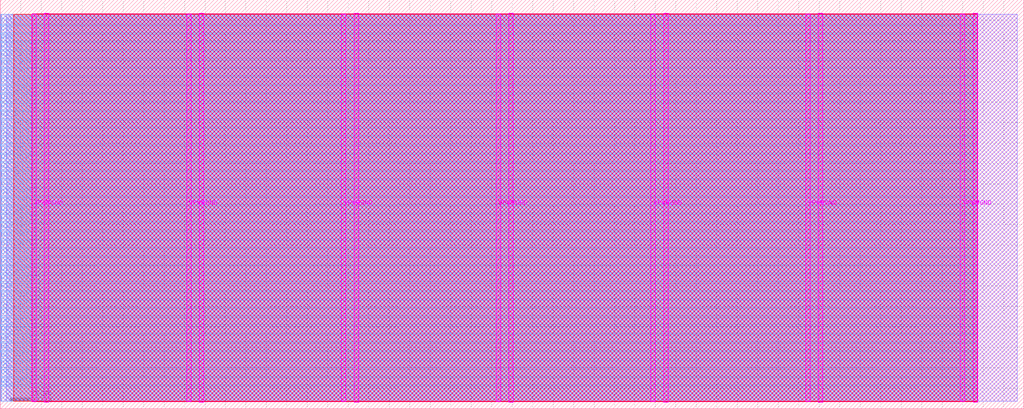
<source format=lef>
VERSION 5.7 ;
  NOWIREEXTENSIONATPIN ON ;
  DIVIDERCHAR "/" ;
  BUSBITCHARS "[]" ;
MACRO heichips25_template
  CLASS BLOCK ;
  FOREIGN heichips25_template ;
  ORIGIN 0.000 0.000 ;
  SIZE 500.000 BY 200.000 ;
  PIN VGND
    DIRECTION INOUT ;
    USE GROUND ;
    PORT
      LAYER TopMetal1 ;
        RECT 21.580 3.150 23.780 193.410 ;
    END
    PORT
      LAYER TopMetal1 ;
        RECT 97.180 3.150 99.380 193.410 ;
    END
    PORT
      LAYER TopMetal1 ;
        RECT 172.780 3.150 174.980 193.410 ;
    END
    PORT
      LAYER TopMetal1 ;
        RECT 248.380 3.150 250.580 193.410 ;
    END
    PORT
      LAYER TopMetal1 ;
        RECT 323.980 3.150 326.180 193.410 ;
    END
    PORT
      LAYER TopMetal1 ;
        RECT 399.580 3.150 401.780 193.410 ;
    END
    PORT
      LAYER TopMetal1 ;
        RECT 475.180 3.150 477.380 193.410 ;
    END
  END VGND
  PIN VPWR
    DIRECTION INOUT ;
    USE POWER ;
    PORT
      LAYER TopMetal1 ;
        RECT 15.380 3.560 17.580 193.000 ;
    END
    PORT
      LAYER TopMetal1 ;
        RECT 90.980 3.560 93.180 193.000 ;
    END
    PORT
      LAYER TopMetal1 ;
        RECT 166.580 3.560 168.780 193.000 ;
    END
    PORT
      LAYER TopMetal1 ;
        RECT 242.180 3.560 244.380 193.000 ;
    END
    PORT
      LAYER TopMetal1 ;
        RECT 317.780 3.560 319.980 193.000 ;
    END
    PORT
      LAYER TopMetal1 ;
        RECT 393.380 3.560 395.580 193.000 ;
    END
    PORT
      LAYER TopMetal1 ;
        RECT 468.980 3.560 471.180 193.000 ;
    END
  END VPWR
  PIN clk
    DIRECTION INPUT ;
    USE SIGNAL ;
    ANTENNAGATEAREA 0.725400 ;
    PORT
      LAYER Metal3 ;
        RECT 0.000 183.340 0.400 183.740 ;
    END
  END clk
  PIN ena
    DIRECTION INPUT ;
    USE SIGNAL ;
    PORT
      LAYER Metal3 ;
        RECT 0.000 179.140 0.400 179.540 ;
    END
  END ena
  PIN rst_n
    DIRECTION INPUT ;
    USE SIGNAL ;
    ANTENNAGATEAREA 1.450800 ;
    PORT
      LAYER Metal3 ;
        RECT 0.000 187.540 0.400 187.940 ;
    END
  END rst_n
  PIN ui_in[0]
    DIRECTION INPUT ;
    USE SIGNAL ;
    ANTENNAGATEAREA 0.180700 ;
    PORT
      LAYER Metal3 ;
        RECT 0.000 111.940 0.400 112.340 ;
    END
  END ui_in[0]
  PIN ui_in[1]
    DIRECTION INPUT ;
    USE SIGNAL ;
    ANTENNAGATEAREA 0.180700 ;
    PORT
      LAYER Metal3 ;
        RECT 0.000 116.140 0.400 116.540 ;
    END
  END ui_in[1]
  PIN ui_in[2]
    DIRECTION INPUT ;
    USE SIGNAL ;
    ANTENNAGATEAREA 0.180700 ;
    PORT
      LAYER Metal3 ;
        RECT 0.000 120.340 0.400 120.740 ;
    END
  END ui_in[2]
  PIN ui_in[3]
    DIRECTION INPUT ;
    USE SIGNAL ;
    ANTENNAGATEAREA 0.180700 ;
    PORT
      LAYER Metal3 ;
        RECT 0.000 124.540 0.400 124.940 ;
    END
  END ui_in[3]
  PIN ui_in[4]
    DIRECTION INPUT ;
    USE SIGNAL ;
    ANTENNAGATEAREA 0.180700 ;
    PORT
      LAYER Metal3 ;
        RECT 0.000 128.740 0.400 129.140 ;
    END
  END ui_in[4]
  PIN ui_in[5]
    DIRECTION INPUT ;
    USE SIGNAL ;
    ANTENNAGATEAREA 0.180700 ;
    PORT
      LAYER Metal3 ;
        RECT 0.000 132.940 0.400 133.340 ;
    END
  END ui_in[5]
  PIN ui_in[6]
    DIRECTION INPUT ;
    USE SIGNAL ;
    ANTENNAGATEAREA 0.180700 ;
    PORT
      LAYER Metal3 ;
        RECT 0.000 137.140 0.400 137.540 ;
    END
  END ui_in[6]
  PIN ui_in[7]
    DIRECTION INPUT ;
    USE SIGNAL ;
    ANTENNAGATEAREA 0.180700 ;
    PORT
      LAYER Metal3 ;
        RECT 0.000 141.340 0.400 141.740 ;
    END
  END ui_in[7]
  PIN uio_in[0]
    DIRECTION INPUT ;
    USE SIGNAL ;
    ANTENNAGATEAREA 0.180700 ;
    PORT
      LAYER Metal3 ;
        RECT 0.000 145.540 0.400 145.940 ;
    END
  END uio_in[0]
  PIN uio_in[1]
    DIRECTION INPUT ;
    USE SIGNAL ;
    ANTENNAGATEAREA 0.180700 ;
    PORT
      LAYER Metal3 ;
        RECT 0.000 149.740 0.400 150.140 ;
    END
  END uio_in[1]
  PIN uio_in[2]
    DIRECTION INPUT ;
    USE SIGNAL ;
    ANTENNAGATEAREA 0.180700 ;
    PORT
      LAYER Metal3 ;
        RECT 0.000 153.940 0.400 154.340 ;
    END
  END uio_in[2]
  PIN uio_in[3]
    DIRECTION INPUT ;
    USE SIGNAL ;
    ANTENNAGATEAREA 0.180700 ;
    PORT
      LAYER Metal3 ;
        RECT 0.000 158.140 0.400 158.540 ;
    END
  END uio_in[3]
  PIN uio_in[4]
    DIRECTION INPUT ;
    USE SIGNAL ;
    ANTENNAGATEAREA 0.180700 ;
    PORT
      LAYER Metal3 ;
        RECT 0.000 162.340 0.400 162.740 ;
    END
  END uio_in[4]
  PIN uio_in[5]
    DIRECTION INPUT ;
    USE SIGNAL ;
    ANTENNAGATEAREA 0.180700 ;
    PORT
      LAYER Metal3 ;
        RECT 0.000 166.540 0.400 166.940 ;
    END
  END uio_in[5]
  PIN uio_in[6]
    DIRECTION INPUT ;
    USE SIGNAL ;
    ANTENNAGATEAREA 0.180700 ;
    PORT
      LAYER Metal3 ;
        RECT 0.000 170.740 0.400 171.140 ;
    END
  END uio_in[6]
  PIN uio_in[7]
    DIRECTION INPUT ;
    USE SIGNAL ;
    ANTENNAGATEAREA 0.180700 ;
    PORT
      LAYER Metal3 ;
        RECT 0.000 174.940 0.400 175.340 ;
    END
  END uio_in[7]
  PIN uio_oe[0]
    DIRECTION OUTPUT ;
    USE SIGNAL ;
    ANTENNADIFFAREA 0.392700 ;
    PORT
      LAYER Metal3 ;
        RECT 0.000 78.340 0.400 78.740 ;
    END
  END uio_oe[0]
  PIN uio_oe[1]
    DIRECTION OUTPUT ;
    USE SIGNAL ;
    ANTENNADIFFAREA 0.392700 ;
    PORT
      LAYER Metal3 ;
        RECT 0.000 82.540 0.400 82.940 ;
    END
  END uio_oe[1]
  PIN uio_oe[2]
    DIRECTION OUTPUT ;
    USE SIGNAL ;
    ANTENNADIFFAREA 0.392700 ;
    PORT
      LAYER Metal3 ;
        RECT 0.000 86.740 0.400 87.140 ;
    END
  END uio_oe[2]
  PIN uio_oe[3]
    DIRECTION OUTPUT ;
    USE SIGNAL ;
    ANTENNADIFFAREA 0.392700 ;
    PORT
      LAYER Metal3 ;
        RECT 0.000 90.940 0.400 91.340 ;
    END
  END uio_oe[3]
  PIN uio_oe[4]
    DIRECTION OUTPUT ;
    USE SIGNAL ;
    ANTENNADIFFAREA 0.392700 ;
    PORT
      LAYER Metal3 ;
        RECT 0.000 95.140 0.400 95.540 ;
    END
  END uio_oe[4]
  PIN uio_oe[5]
    DIRECTION OUTPUT ;
    USE SIGNAL ;
    ANTENNADIFFAREA 0.392700 ;
    PORT
      LAYER Metal3 ;
        RECT 0.000 99.340 0.400 99.740 ;
    END
  END uio_oe[5]
  PIN uio_oe[6]
    DIRECTION OUTPUT ;
    USE SIGNAL ;
    ANTENNADIFFAREA 0.392700 ;
    PORT
      LAYER Metal3 ;
        RECT 0.000 103.540 0.400 103.940 ;
    END
  END uio_oe[6]
  PIN uio_oe[7]
    DIRECTION OUTPUT ;
    USE SIGNAL ;
    ANTENNADIFFAREA 0.392700 ;
    PORT
      LAYER Metal3 ;
        RECT 0.000 107.740 0.400 108.140 ;
    END
  END uio_oe[7]
  PIN uio_out[0]
    DIRECTION OUTPUT ;
    USE SIGNAL ;
    ANTENNADIFFAREA 0.708600 ;
    PORT
      LAYER Metal3 ;
        RECT 0.000 44.740 0.400 45.140 ;
    END
  END uio_out[0]
  PIN uio_out[1]
    DIRECTION OUTPUT ;
    USE SIGNAL ;
    ANTENNADIFFAREA 0.708600 ;
    PORT
      LAYER Metal3 ;
        RECT 0.000 48.940 0.400 49.340 ;
    END
  END uio_out[1]
  PIN uio_out[2]
    DIRECTION OUTPUT ;
    USE SIGNAL ;
    ANTENNADIFFAREA 0.708600 ;
    PORT
      LAYER Metal3 ;
        RECT 0.000 53.140 0.400 53.540 ;
    END
  END uio_out[2]
  PIN uio_out[3]
    DIRECTION OUTPUT ;
    USE SIGNAL ;
    ANTENNADIFFAREA 0.708600 ;
    PORT
      LAYER Metal3 ;
        RECT 0.000 57.340 0.400 57.740 ;
    END
  END uio_out[3]
  PIN uio_out[4]
    DIRECTION OUTPUT ;
    USE SIGNAL ;
    ANTENNADIFFAREA 0.708600 ;
    PORT
      LAYER Metal3 ;
        RECT 0.000 61.540 0.400 61.940 ;
    END
  END uio_out[4]
  PIN uio_out[5]
    DIRECTION OUTPUT ;
    USE SIGNAL ;
    ANTENNADIFFAREA 0.708600 ;
    PORT
      LAYER Metal3 ;
        RECT 0.000 65.740 0.400 66.140 ;
    END
  END uio_out[5]
  PIN uio_out[6]
    DIRECTION OUTPUT ;
    USE SIGNAL ;
    ANTENNADIFFAREA 0.708600 ;
    PORT
      LAYER Metal3 ;
        RECT 0.000 69.940 0.400 70.340 ;
    END
  END uio_out[6]
  PIN uio_out[7]
    DIRECTION OUTPUT ;
    USE SIGNAL ;
    ANTENNADIFFAREA 0.708600 ;
    PORT
      LAYER Metal3 ;
        RECT 0.000 74.140 0.400 74.540 ;
    END
  END uio_out[7]
  PIN uo_out[0]
    DIRECTION OUTPUT ;
    USE SIGNAL ;
    ANTENNADIFFAREA 0.708600 ;
    PORT
      LAYER Metal3 ;
        RECT 0.000 11.140 0.400 11.540 ;
    END
  END uo_out[0]
  PIN uo_out[1]
    DIRECTION OUTPUT ;
    USE SIGNAL ;
    ANTENNADIFFAREA 0.708600 ;
    PORT
      LAYER Metal3 ;
        RECT 0.000 15.340 0.400 15.740 ;
    END
  END uo_out[1]
  PIN uo_out[2]
    DIRECTION OUTPUT ;
    USE SIGNAL ;
    ANTENNADIFFAREA 0.708600 ;
    PORT
      LAYER Metal3 ;
        RECT 0.000 19.540 0.400 19.940 ;
    END
  END uo_out[2]
  PIN uo_out[3]
    DIRECTION OUTPUT ;
    USE SIGNAL ;
    ANTENNADIFFAREA 0.708600 ;
    PORT
      LAYER Metal3 ;
        RECT 0.000 23.740 0.400 24.140 ;
    END
  END uo_out[3]
  PIN uo_out[4]
    DIRECTION OUTPUT ;
    USE SIGNAL ;
    ANTENNADIFFAREA 0.708600 ;
    PORT
      LAYER Metal3 ;
        RECT 0.000 27.940 0.400 28.340 ;
    END
  END uo_out[4]
  PIN uo_out[5]
    DIRECTION OUTPUT ;
    USE SIGNAL ;
    ANTENNADIFFAREA 0.708600 ;
    PORT
      LAYER Metal3 ;
        RECT 0.000 32.140 0.400 32.540 ;
    END
  END uo_out[5]
  PIN uo_out[6]
    DIRECTION OUTPUT ;
    USE SIGNAL ;
    ANTENNADIFFAREA 0.708600 ;
    PORT
      LAYER Metal3 ;
        RECT 0.000 36.340 0.400 36.740 ;
    END
  END uo_out[6]
  PIN uo_out[7]
    DIRECTION OUTPUT ;
    USE SIGNAL ;
    ANTENNADIFFAREA 0.708600 ;
    PORT
      LAYER Metal3 ;
        RECT 0.000 40.540 0.400 40.940 ;
    END
  END uo_out[7]
  OBS
      LAYER GatPoly ;
        RECT 2.880 3.630 496.800 192.930 ;
      LAYER Metal1 ;
        RECT 2.880 3.560 496.800 193.000 ;
      LAYER Metal2 ;
        RECT 0.375 3.635 477.200 192.925 ;
      LAYER Metal3 ;
        RECT 0.335 188.150 477.245 192.880 ;
        RECT 0.610 187.330 477.245 188.150 ;
        RECT 0.335 183.950 477.245 187.330 ;
        RECT 0.610 183.130 477.245 183.950 ;
        RECT 0.335 179.750 477.245 183.130 ;
        RECT 0.610 178.930 477.245 179.750 ;
        RECT 0.335 175.550 477.245 178.930 ;
        RECT 0.610 174.730 477.245 175.550 ;
        RECT 0.335 171.350 477.245 174.730 ;
        RECT 0.610 170.530 477.245 171.350 ;
        RECT 0.335 167.150 477.245 170.530 ;
        RECT 0.610 166.330 477.245 167.150 ;
        RECT 0.335 162.950 477.245 166.330 ;
        RECT 0.610 162.130 477.245 162.950 ;
        RECT 0.335 158.750 477.245 162.130 ;
        RECT 0.610 157.930 477.245 158.750 ;
        RECT 0.335 154.550 477.245 157.930 ;
        RECT 0.610 153.730 477.245 154.550 ;
        RECT 0.335 150.350 477.245 153.730 ;
        RECT 0.610 149.530 477.245 150.350 ;
        RECT 0.335 146.150 477.245 149.530 ;
        RECT 0.610 145.330 477.245 146.150 ;
        RECT 0.335 141.950 477.245 145.330 ;
        RECT 0.610 141.130 477.245 141.950 ;
        RECT 0.335 137.750 477.245 141.130 ;
        RECT 0.610 136.930 477.245 137.750 ;
        RECT 0.335 133.550 477.245 136.930 ;
        RECT 0.610 132.730 477.245 133.550 ;
        RECT 0.335 129.350 477.245 132.730 ;
        RECT 0.610 128.530 477.245 129.350 ;
        RECT 0.335 125.150 477.245 128.530 ;
        RECT 0.610 124.330 477.245 125.150 ;
        RECT 0.335 120.950 477.245 124.330 ;
        RECT 0.610 120.130 477.245 120.950 ;
        RECT 0.335 116.750 477.245 120.130 ;
        RECT 0.610 115.930 477.245 116.750 ;
        RECT 0.335 112.550 477.245 115.930 ;
        RECT 0.610 111.730 477.245 112.550 ;
        RECT 0.335 108.350 477.245 111.730 ;
        RECT 0.610 107.530 477.245 108.350 ;
        RECT 0.335 104.150 477.245 107.530 ;
        RECT 0.610 103.330 477.245 104.150 ;
        RECT 0.335 99.950 477.245 103.330 ;
        RECT 0.610 99.130 477.245 99.950 ;
        RECT 0.335 95.750 477.245 99.130 ;
        RECT 0.610 94.930 477.245 95.750 ;
        RECT 0.335 91.550 477.245 94.930 ;
        RECT 0.610 90.730 477.245 91.550 ;
        RECT 0.335 87.350 477.245 90.730 ;
        RECT 0.610 86.530 477.245 87.350 ;
        RECT 0.335 83.150 477.245 86.530 ;
        RECT 0.610 82.330 477.245 83.150 ;
        RECT 0.335 78.950 477.245 82.330 ;
        RECT 0.610 78.130 477.245 78.950 ;
        RECT 0.335 74.750 477.245 78.130 ;
        RECT 0.610 73.930 477.245 74.750 ;
        RECT 0.335 70.550 477.245 73.930 ;
        RECT 0.610 69.730 477.245 70.550 ;
        RECT 0.335 66.350 477.245 69.730 ;
        RECT 0.610 65.530 477.245 66.350 ;
        RECT 0.335 62.150 477.245 65.530 ;
        RECT 0.610 61.330 477.245 62.150 ;
        RECT 0.335 57.950 477.245 61.330 ;
        RECT 0.610 57.130 477.245 57.950 ;
        RECT 0.335 53.750 477.245 57.130 ;
        RECT 0.610 52.930 477.245 53.750 ;
        RECT 0.335 49.550 477.245 52.930 ;
        RECT 0.610 48.730 477.245 49.550 ;
        RECT 0.335 45.350 477.245 48.730 ;
        RECT 0.610 44.530 477.245 45.350 ;
        RECT 0.335 41.150 477.245 44.530 ;
        RECT 0.610 40.330 477.245 41.150 ;
        RECT 0.335 36.950 477.245 40.330 ;
        RECT 0.610 36.130 477.245 36.950 ;
        RECT 0.335 32.750 477.245 36.130 ;
        RECT 0.610 31.930 477.245 32.750 ;
        RECT 0.335 28.550 477.245 31.930 ;
        RECT 0.610 27.730 477.245 28.550 ;
        RECT 0.335 24.350 477.245 27.730 ;
        RECT 0.610 23.530 477.245 24.350 ;
        RECT 0.335 20.150 477.245 23.530 ;
        RECT 0.610 19.330 477.245 20.150 ;
        RECT 0.335 15.950 477.245 19.330 ;
        RECT 0.610 15.130 477.245 15.950 ;
        RECT 0.335 11.750 477.245 15.130 ;
        RECT 0.610 10.930 477.245 11.750 ;
        RECT 0.335 3.680 477.245 10.930 ;
      LAYER Metal4 ;
        RECT 6.620 3.635 477.200 192.925 ;
      LAYER Metal5 ;
        RECT 15.515 3.470 477.245 193.090 ;
  END
END heichips25_template
END LIBRARY


</source>
